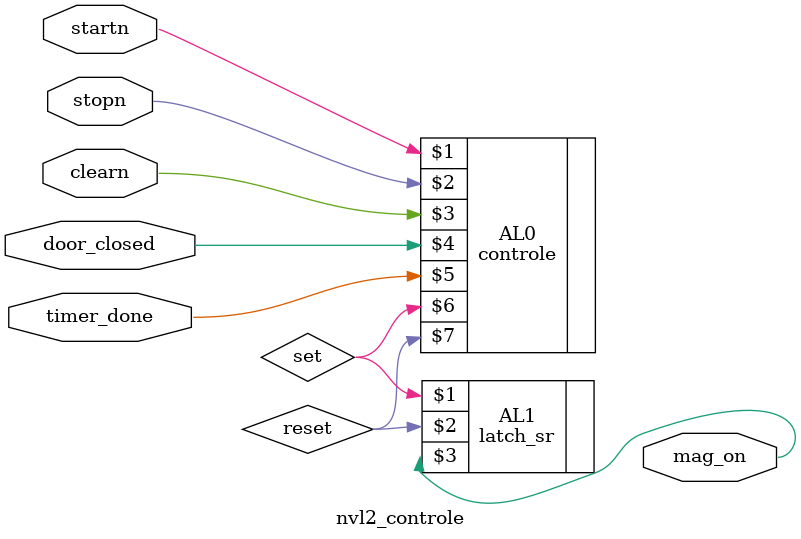
<source format=v>
`include "./nivel_2/controle_magnetron/nivel_3/latch/latch.v"
`include "./nivel_2/controle_magnetron/nivel_3/bloco_logico/bloco_logico.v"

module nvl2_controle(startn, stopn, clearn, door_closed, timer_done, mag_on);
  input wire startn, stopn, clearn, door_closed, timer_done;
  output wire mag_on;

  wire set;
  wire reset;

  controle AL0(startn, stopn, clearn, door_closed, timer_done, set, reset);
  latch_sr AL1(set, reset, mag_on);
endmodule
</source>
